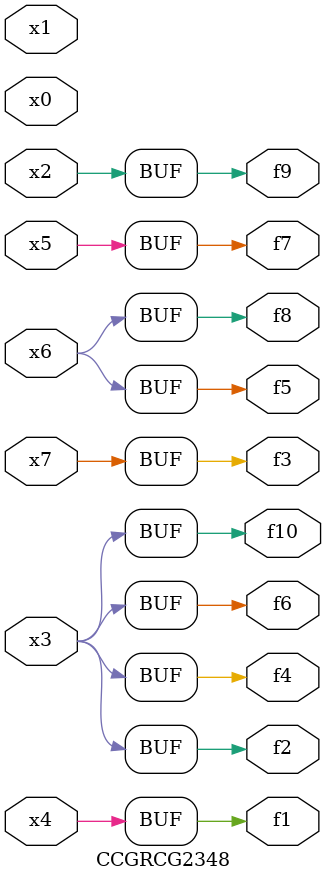
<source format=v>
module CCGRCG2348(
	input x0, x1, x2, x3, x4, x5, x6, x7,
	output f1, f2, f3, f4, f5, f6, f7, f8, f9, f10
);
	assign f1 = x4;
	assign f2 = x3;
	assign f3 = x7;
	assign f4 = x3;
	assign f5 = x6;
	assign f6 = x3;
	assign f7 = x5;
	assign f8 = x6;
	assign f9 = x2;
	assign f10 = x3;
endmodule

</source>
